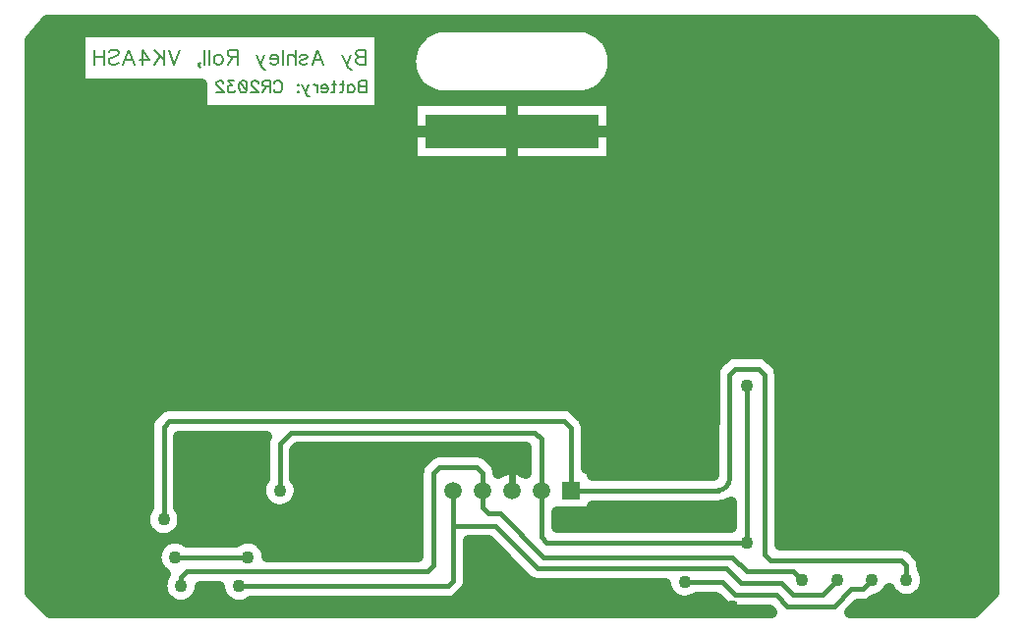
<source format=gbr>
G04 DipTrace 3.3.1.3*
G04 badge-Bottom.gbr*
%MOMM*%
G04 #@! TF.FileFunction,Copper,L2,Bot*
G04 #@! TF.Part,Single*
G04 #@! TA.AperFunction,Conductor*
%ADD14C,0.4*%
G04 #@! TA.AperFunction,CopperBalancing*
%ADD15C,1.0*%
%ADD16C,0.6*%
%ADD22R,1.5X1.5*%
%ADD23C,1.5*%
%ADD24R,15.0X3.0*%
G04 #@! TA.AperFunction,ViaPad*
%ADD31C,1.1*%
%ADD54C,0.19608*%
%ADD58C,0.15686*%
%FSLAX35Y35*%
G04*
G71*
G90*
G75*
G01*
G04 Bottom*
%LPD*%
X1300000Y950000D2*
D14*
Y1750000D1*
X1350000Y1800000D1*
X4750000D1*
X4808000Y1742000D1*
Y1200000D1*
X7700000Y425000D2*
Y550000D1*
X7650000Y600000D1*
X6525000D1*
X6475000Y650000D1*
Y2200000D1*
X6425000Y2250000D1*
X6225000D1*
X6175000Y2200000D1*
Y1300000D1*
G02X6075000Y1200000I-100002J2D01*
G01*
X4808000D1*
X1950000Y375000D2*
X3750000D1*
X3792000Y417000D1*
Y896693D1*
Y1200000D1*
X7100000Y425000D2*
X6975000Y300000D1*
X6725000D1*
X6625000Y400000D1*
X6275000D1*
X6150000Y525000D1*
X4525000D1*
X4153307Y896693D1*
X3792000D1*
X1450000Y375000D2*
Y450000D1*
X1500000Y500000D1*
X3575000D1*
X3625000Y550000D1*
Y1350000D1*
X3675000Y1400000D1*
X4000000D1*
X4046000Y1354000D1*
Y1200000D1*
X6800000Y425000D2*
X6725000Y500000D1*
X6325000D1*
X6200000Y625000D1*
X4575000D1*
X4200000Y1000000D1*
X4100000D1*
X4046000Y1054000D1*
Y1200000D1*
X2025000Y625000D2*
X1400000D1*
X7400000Y425000D2*
X7325000Y350000D1*
X7225000D1*
X7075000Y200000D1*
X6675000D1*
X6575000Y300000D1*
X6225000D1*
X6112500Y412500D1*
X5787500D1*
X6325000Y750000D2*
Y2100000D1*
X2300000Y1200000D2*
Y1600000D1*
X2400000Y1700000D1*
X4500000D1*
X4554000Y1646000D1*
Y1200000D1*
Y796000D1*
X4600000Y750000D1*
X6325000D1*
D31*
X1300000Y950000D3*
X7700000Y425000D3*
X1950000Y375000D3*
X7100000Y425000D3*
X1450000Y375000D3*
X6800000Y425000D3*
X2025000Y625000D3*
X1400000D3*
X7400000Y425000D3*
X5787500Y412500D3*
X6325000Y750000D3*
Y2100000D3*
Y750000D3*
X5100000Y1500000D3*
X2300000Y1200000D3*
X5800000Y900000D3*
Y1500000D3*
X8200000Y400000D3*
Y5000000D3*
X400000D3*
Y400000D3*
X4300000Y5225000D3*
Y200000D3*
X1700000D3*
X1000000Y1600000D3*
X2325000Y950000D3*
X1700000Y1600000D3*
X4300000Y1550000D3*
X6200000Y200000D3*
X4300000Y2425000D3*
X8400000Y2700000D3*
X2400000Y5200000D3*
X6200000D3*
X200000Y2700000D3*
X8200000Y2300000D3*
X2400000Y200000D3*
X7250000Y175000D3*
X4800000Y950000D3*
X220477Y5150333D2*
D15*
X569250D1*
X3177153D2*
X3546530D1*
X5053483D2*
X8368963D1*
X160047Y5050667D2*
X569250D1*
X3177153D2*
X3453833D1*
X5146087D2*
X8439967D1*
X160047Y4951000D2*
X569250D1*
X3177153D2*
X3418380D1*
X5181633D2*
X8439967D1*
X160047Y4851333D2*
X569250D1*
X3177153D2*
X3417923D1*
X5182090D2*
X8439967D1*
X160047Y4751667D2*
X569250D1*
X3177153D2*
X3452560D1*
X5147453D2*
X8439967D1*
X160047Y4652000D2*
X1619343D1*
X3177153D2*
X3543157D1*
X5056857D2*
X8439967D1*
X160047Y4552333D2*
X1619343D1*
X3177153D2*
X3426037D1*
X5173977D2*
X8439967D1*
X160047Y4452667D2*
X3426037D1*
X5173977D2*
X8439967D1*
X160047Y4353000D2*
X3426037D1*
X5173977D2*
X8439967D1*
X160047Y4253333D2*
X3426037D1*
X5173977D2*
X8439967D1*
X160047Y4153667D2*
X3426037D1*
X5173977D2*
X8439967D1*
X160047Y4054000D2*
X3426037D1*
X5173977D2*
X8439967D1*
X160047Y3954333D2*
X8439967D1*
X160047Y3854667D2*
X8439967D1*
X160047Y3755000D2*
X8439967D1*
X160047Y3655333D2*
X8439967D1*
X160047Y3555667D2*
X8439967D1*
X160047Y3456000D2*
X8439967D1*
X160047Y3356333D2*
X8439967D1*
X160047Y3256667D2*
X8439967D1*
X160047Y3157000D2*
X8439967D1*
X160047Y3057333D2*
X8439967D1*
X160047Y2957667D2*
X8439967D1*
X160047Y2858000D2*
X8439967D1*
X160047Y2758333D2*
X8439967D1*
X160047Y2658667D2*
X8439967D1*
X160047Y2559000D2*
X8439967D1*
X160047Y2459333D2*
X8439967D1*
X160047Y2359667D2*
X6137987D1*
X6512000D2*
X8439967D1*
X160047Y2260000D2*
X6045203D1*
X6604787D2*
X8439967D1*
X160047Y2160333D2*
X6030983D1*
X6619003D2*
X8439967D1*
X160047Y2060667D2*
X6030983D1*
X6619003D2*
X8439967D1*
X160047Y1961000D2*
X6030983D1*
X6619003D2*
X8439967D1*
X160047Y1861333D2*
X1211830D1*
X4888143D2*
X6030983D1*
X6619003D2*
X8439967D1*
X160047Y1761667D2*
X1156503D1*
X4950580D2*
X6030983D1*
X6619003D2*
X8439967D1*
X160047Y1662000D2*
X1155957D1*
X1444017D2*
X2171230D1*
X4952037D2*
X6030983D1*
X6619003D2*
X8439967D1*
X160047Y1562333D2*
X1155957D1*
X1444017D2*
X2156010D1*
X2461843D2*
X4409953D1*
X4952037D2*
X6030983D1*
X6619003D2*
X8439967D1*
X160047Y1462667D2*
X1155957D1*
X1444017D2*
X2156010D1*
X2443977D2*
X3538143D1*
X4136830D2*
X4409953D1*
X4952037D2*
X6030983D1*
X6619003D2*
X8439967D1*
X160047Y1363000D2*
X1155957D1*
X1444017D2*
X2156010D1*
X2443977D2*
X3481633D1*
X5007000D2*
X6030983D1*
X6619003D2*
X8439967D1*
X160047Y1263333D2*
X1155957D1*
X1444017D2*
X2133313D1*
X2466673D2*
X3480997D1*
X6619003D2*
X8439967D1*
X160047Y1163667D2*
X1155957D1*
X1444017D2*
X2124930D1*
X2475060D2*
X3480997D1*
X6619003D2*
X8439967D1*
X160047Y1064000D2*
X1155957D1*
X1444017D2*
X2189643D1*
X2410347D2*
X3480997D1*
X5007000D2*
X6181010D1*
X6619003D2*
X8439967D1*
X160047Y964333D2*
X1121597D1*
X1478380D2*
X3480997D1*
X4698013D2*
X6181010D1*
X6619003D2*
X8439967D1*
X160047Y864667D2*
X1144107D1*
X1455867D2*
X3480997D1*
X6619003D2*
X8439967D1*
X160047Y765000D2*
X1295320D1*
X1504630D2*
X1920307D1*
X2129707D2*
X3480997D1*
X6619003D2*
X8439967D1*
X160047Y665333D2*
X1225867D1*
X2199160D2*
X3480997D1*
X3936037D2*
X4185190D1*
X7784213D2*
X8439967D1*
X160047Y565667D2*
X1231790D1*
X3936037D2*
X4284810D1*
X7843093D2*
X8439967D1*
X160047Y466000D2*
X1297597D1*
X3936037D2*
X4384523D1*
X7873990D2*
X8439967D1*
X160047Y366333D2*
X1271257D1*
X3926010D2*
X5614903D1*
X7868523D2*
X8439967D1*
X214003Y266667D2*
X1310267D1*
X1589667D2*
X1810293D1*
X3838873D2*
X5692103D1*
X5882910D2*
X6058873D1*
X7469120D2*
X7630867D1*
X7769083D2*
X8385917D1*
X313717Y167000D2*
X6198690D1*
X7241530D2*
X8286297D1*
X4941930Y1389000D2*
X4997000D1*
Y1334040D1*
X6040930Y1334000D1*
X6041000Y2200000D1*
X6042650Y2220963D1*
X6047560Y2241407D1*
X6055607Y2260833D1*
X6066593Y2278763D1*
X6080277Y2294780D1*
X6137973Y2351893D1*
X6154983Y2364253D1*
X6173720Y2373800D1*
X6193717Y2380297D1*
X6214487Y2383587D1*
X6295000Y2384000D1*
X6435513Y2383587D1*
X6456283Y2380297D1*
X6476280Y2373800D1*
X6495017Y2364253D1*
X6512027Y2351893D1*
X6569753Y2294753D1*
X6583410Y2278763D1*
X6594397Y2260833D1*
X6602443Y2241410D1*
X6607350Y2220963D1*
X6609000Y2199960D1*
Y733920D1*
X7650000Y734000D1*
X7670963Y732350D1*
X7691410Y727443D1*
X7710833Y719397D1*
X7728763Y708410D1*
X7744780Y694723D1*
X7801893Y637027D1*
X7814253Y620013D1*
X7823800Y601280D1*
X7830297Y581283D1*
X7833587Y560513D1*
X7836723Y524337D1*
X7850580Y501723D1*
X7860730Y477223D1*
X7866920Y451437D1*
X7869000Y425000D1*
X7866920Y398563D1*
X7860730Y372777D1*
X7850580Y348277D1*
X7836723Y325663D1*
X7819500Y305500D1*
X7799337Y288277D1*
X7776723Y274420D1*
X7752223Y264270D1*
X7726437Y258080D1*
X7700000Y256000D1*
X7673563Y258080D1*
X7647777Y264270D1*
X7623277Y274420D1*
X7600663Y288277D1*
X7580500Y305500D1*
X7563277Y325663D1*
X7550003Y347237D1*
X7536723Y325663D1*
X7519500Y305500D1*
X7499337Y288277D1*
X7476723Y274420D1*
X7452223Y264270D1*
X7426437Y258080D1*
X7422063Y257563D1*
X7412027Y248107D1*
X7395013Y235747D1*
X7376280Y226200D1*
X7356283Y219703D1*
X7335513Y216413D1*
X7280430Y216000D1*
X7214507Y150000D1*
X8279363D1*
X8449937Y320650D1*
X8450000Y5079233D1*
X8279350Y5249937D1*
X297670Y5250000D1*
X150037Y5081253D1*
X150000Y320767D1*
X320650Y150063D1*
X6535560Y150000D1*
X6519470Y166023D1*
X6214487Y166413D1*
X6193717Y169703D1*
X6173720Y176200D1*
X6154987Y185747D1*
X6137973Y198107D1*
X6080750Y254747D1*
X6056967Y278527D1*
X5890560Y278500D1*
X5875803Y268403D1*
X5852173Y256363D1*
X5826953Y248170D1*
X5800760Y244020D1*
X5774240D1*
X5748047Y248170D1*
X5722827Y256363D1*
X5699197Y268403D1*
X5677743Y283990D1*
X5658990Y302743D1*
X5643403Y324197D1*
X5631363Y347827D1*
X5623170Y373047D1*
X5620003Y390953D1*
X4525000Y391000D1*
X4504037Y392650D1*
X4483593Y397560D1*
X4464167Y405607D1*
X4446237Y416590D1*
X4430247Y430247D1*
X4097750Y762743D1*
X3926080Y762693D1*
X3926000Y417000D1*
X3924350Y396037D1*
X3919443Y375590D1*
X3911397Y356167D1*
X3900410Y338237D1*
X3886723Y322220D1*
X3837027Y273107D1*
X3820013Y260747D1*
X3801280Y251200D1*
X3781283Y244703D1*
X3760513Y241413D1*
X3680000Y241000D1*
X2052957D1*
X2038303Y230903D1*
X2014673Y218863D1*
X1989453Y210670D1*
X1963260Y206520D1*
X1936740D1*
X1910547Y210670D1*
X1885327Y218863D1*
X1861697Y230903D1*
X1840243Y246490D1*
X1821490Y265243D1*
X1805903Y286697D1*
X1793863Y310327D1*
X1785670Y335547D1*
X1781520Y361740D1*
X1781353Y366040D1*
X1618737Y366000D1*
X1616920Y348563D1*
X1610730Y322777D1*
X1600580Y298277D1*
X1586723Y275663D1*
X1569500Y255500D1*
X1549337Y238277D1*
X1526723Y224420D1*
X1502223Y214270D1*
X1476437Y208080D1*
X1450000Y206000D1*
X1423563Y208080D1*
X1397777Y214270D1*
X1373277Y224420D1*
X1350663Y238277D1*
X1330500Y255500D1*
X1313277Y275663D1*
X1299420Y298277D1*
X1289270Y322777D1*
X1283080Y348563D1*
X1281000Y375000D1*
X1283080Y401437D1*
X1289270Y427223D1*
X1299420Y451723D1*
X1313277Y474337D1*
X1316323Y478203D1*
X1300663Y488277D1*
X1280500Y505500D1*
X1263277Y525663D1*
X1249420Y548277D1*
X1239270Y572777D1*
X1233080Y598563D1*
X1231000Y625000D1*
X1233080Y651437D1*
X1239270Y677223D1*
X1249420Y701723D1*
X1263277Y724337D1*
X1280500Y744500D1*
X1300663Y761723D1*
X1323277Y775580D1*
X1347777Y785730D1*
X1373563Y791920D1*
X1400000Y794000D1*
X1426437Y791920D1*
X1452223Y785730D1*
X1476723Y775580D1*
X1499337Y761723D1*
X1502797Y758997D1*
X1921993Y759000D1*
X1936697Y769097D1*
X1960327Y781137D1*
X1985547Y789330D1*
X2011740Y793480D1*
X2038260D1*
X2064453Y789330D1*
X2089673Y781137D1*
X2113303Y769097D1*
X2134757Y753510D1*
X2153510Y734757D1*
X2169097Y713303D1*
X2181137Y689673D1*
X2189330Y664453D1*
X2193480Y638260D1*
X2193647Y633960D1*
X3491080Y634000D1*
X3491000Y1350000D1*
X3492650Y1370963D1*
X3497557Y1391410D1*
X3505603Y1410833D1*
X3516590Y1428763D1*
X3530247Y1444753D1*
X3587973Y1501893D1*
X3604987Y1514253D1*
X3623720Y1523800D1*
X3643717Y1530297D1*
X3664487Y1533587D1*
X3745000Y1534000D1*
X4010513Y1533587D1*
X4031283Y1530297D1*
X4051280Y1523800D1*
X4070013Y1514253D1*
X4087027Y1501893D1*
X4140753Y1448753D1*
X4154410Y1432763D1*
X4165397Y1414833D1*
X4173443Y1395410D1*
X4178350Y1374963D1*
X4180000Y1354000D1*
X4180030Y1346043D1*
X4198927Y1359703D1*
X4219363Y1370933D1*
X4241027Y1379563D1*
X4263587Y1385460D1*
X4286703Y1388530D1*
X4310020Y1388733D1*
X4333187Y1386063D1*
X4355847Y1380560D1*
X4377657Y1372310D1*
X4398283Y1361437D1*
X4417413Y1348103D1*
X4420003Y1346000D1*
X4420000Y1565950D1*
X2455507Y1566000D1*
X2433977Y1544470D1*
X2434000Y1302957D1*
X2444097Y1288303D1*
X2456137Y1264673D1*
X2464330Y1239453D1*
X2468480Y1213260D1*
Y1186740D1*
X2464330Y1160547D1*
X2456137Y1135327D1*
X2444097Y1111697D1*
X2428510Y1090243D1*
X2409757Y1071490D1*
X2388303Y1055903D1*
X2364673Y1043863D1*
X2339453Y1035670D1*
X2313260Y1031520D1*
X2286740D1*
X2260547Y1035670D1*
X2235327Y1043863D1*
X2211697Y1055903D1*
X2190243Y1071490D1*
X2171490Y1090243D1*
X2155903Y1111697D1*
X2143863Y1135327D1*
X2135670Y1160547D1*
X2131520Y1186740D1*
Y1213260D1*
X2135670Y1239453D1*
X2143863Y1264673D1*
X2155903Y1288303D1*
X2166003Y1302797D1*
X2166413Y1610513D1*
X2169703Y1631283D1*
X2176200Y1651280D1*
X2183333Y1666000D1*
X1434023D1*
X1434000Y1053007D1*
X1444097Y1038303D1*
X1456137Y1014673D1*
X1464330Y989453D1*
X1468480Y963260D1*
Y936740D1*
X1464330Y910547D1*
X1456137Y885327D1*
X1444097Y861697D1*
X1428510Y840243D1*
X1409757Y821490D1*
X1388303Y805903D1*
X1364673Y793863D1*
X1339453Y785670D1*
X1313260Y781520D1*
X1286740D1*
X1260547Y785670D1*
X1235327Y793863D1*
X1211697Y805903D1*
X1190243Y821490D1*
X1171490Y840243D1*
X1155903Y861697D1*
X1143863Y885327D1*
X1135670Y910547D1*
X1131520Y936740D1*
Y963260D1*
X1135670Y989453D1*
X1143863Y1014673D1*
X1155903Y1038303D1*
X1166003Y1052797D1*
X1166413Y1760513D1*
X1169703Y1781283D1*
X1176200Y1801280D1*
X1185747Y1820013D1*
X1198107Y1837027D1*
X1255247Y1894753D1*
X1271237Y1908410D1*
X1289167Y1919397D1*
X1308590Y1927443D1*
X1329037Y1932350D1*
X1350000Y1934000D1*
X4760513Y1933587D1*
X4781283Y1930297D1*
X4801280Y1923800D1*
X4820013Y1914253D1*
X4837027Y1901893D1*
X4894250Y1845257D1*
X4909893Y1829027D1*
X4922253Y1812013D1*
X4931800Y1793280D1*
X4938297Y1773283D1*
X4941587Y1752513D1*
X4942000Y1672000D1*
Y1388993D1*
X4997000Y1066070D2*
Y1011000D1*
X4687923D1*
X4688000Y883997D1*
X6190950Y884000D1*
X6191000Y1096810D1*
X6166167Y1084497D1*
X6137257Y1074440D1*
X6107283Y1068243D1*
X6083837Y1066290D1*
X5958333Y1066000D1*
X4997017D1*
X3440667Y4564000D2*
X5164000D1*
Y4036000D1*
X3436000D1*
Y4564000D1*
X3440667D1*
X602603Y5158607D2*
X3167123D1*
Y4472357D1*
X1629337D1*
Y4701590D1*
X579270Y4701543D1*
Y5158607D1*
X602603D1*
X3700090Y5201200D2*
X4907680Y5200967D1*
X4927290Y5198213D1*
X4955710Y5191757D1*
X4986547Y5181023D1*
X5005547Y5172423D1*
X5027330Y5161023D1*
X5054413Y5142790D1*
X5070590Y5129630D1*
X5088750Y5113057D1*
X5110293Y5088520D1*
X5122583Y5071673D1*
X5135920Y5051017D1*
X5150497Y5021803D1*
X5158090Y5002380D1*
X5165720Y4979010D1*
X5172373Y4947043D1*
X5174763Y4926327D1*
X5176187Y4901783D1*
X5174473Y4869177D1*
X5171507Y4848533D1*
X5165710Y4820953D1*
X5154487Y4787327D1*
X5140607Y4757773D1*
X5130077Y4739770D1*
X5116477Y4719290D1*
X5095523Y4694250D1*
X5080753Y4679527D1*
X5062383Y4663190D1*
X5035740Y4644313D1*
X5017707Y4633840D1*
X4995777Y4622723D1*
X4965207Y4611263D1*
X4945097Y4605730D1*
X4917540Y4600023D1*
X4907640Y4599033D1*
X4410000Y4598800D1*
X3692320Y4599033D1*
X3672710Y4601787D1*
X3640830Y4609250D1*
X3604187Y4622743D1*
X3569583Y4640830D1*
X3537590Y4663213D1*
X3508737Y4689523D1*
X3483503Y4719323D1*
X3462307Y4752117D1*
X3446857Y4784027D1*
X3436137Y4814923D1*
X3430243Y4839583D1*
X3426093Y4862840D1*
X3423813Y4901820D1*
X3426563Y4940770D1*
X3434290Y4979047D1*
X3446873Y5016010D1*
X3464103Y5051050D1*
X3485690Y5083587D1*
X3511280Y5113080D1*
X3540447Y5139043D1*
X3572707Y5161043D1*
X3607527Y5178713D1*
X3644327Y5191763D1*
X3682460Y5199977D1*
X3692360Y5200967D1*
X4300000Y1388910D2*
D16*
Y1200000D1*
Y4563910D2*
D15*
Y4036090D1*
X3436090Y4300000D2*
X5163910D1*
D22*
X4808000Y1200000D3*
D23*
X4554000D3*
X4300000D3*
X4046000D3*
X3792000D3*
D24*
X4300000Y4300000D3*
X3043319Y5001532D2*
D54*
Y4873922D1*
X2988569D1*
X2970319Y4880099D1*
X2964282Y4886135D1*
X2958246Y4898209D1*
Y4916459D1*
X2964282Y4928672D1*
X2970319Y4934709D1*
X2988569Y4940745D1*
X2970319Y4946922D1*
X2964282Y4952959D1*
X2958246Y4965032D1*
Y4977245D1*
X2964282Y4989318D1*
X2970319Y4995495D1*
X2988569Y5001532D1*
X3043319D1*
Y4940745D2*
X2988569D1*
X2912853Y4958995D2*
X2876493Y4873922D1*
X2888566Y4849635D1*
X2900780Y4837422D1*
X2912853Y4831385D1*
X2919030D1*
X2839993Y4958995D2*
X2876493Y4873922D1*
X2580045D2*
X2628758Y5001532D1*
X2677331Y4873922D1*
X2659081Y4916459D2*
X2598295D1*
X2474006Y4940745D2*
X2480043Y4952959D1*
X2498293Y4958995D1*
X2516543D1*
X2534793Y4952959D1*
X2540829Y4940745D1*
X2534793Y4928672D1*
X2522579Y4922495D1*
X2492256Y4916459D1*
X2480043Y4910422D1*
X2474006Y4898209D1*
Y4892172D1*
X2480043Y4880099D1*
X2498293Y4873922D1*
X2516543D1*
X2534793Y4880099D1*
X2540829Y4892172D1*
X2434790Y5001532D2*
Y4873922D1*
Y4934709D2*
X2416540Y4952959D1*
X2404327Y4958995D1*
X2386077D1*
X2374004Y4952959D1*
X2367967Y4934709D1*
Y4873922D1*
X2328752Y5001532D2*
Y4873922D1*
X2289536Y4922495D2*
X2216676D1*
Y4934709D1*
X2222713Y4946922D1*
X2228749Y4952959D1*
X2240963Y4958995D1*
X2259213D1*
X2271286Y4952959D1*
X2283499Y4940745D1*
X2289536Y4922495D1*
Y4910422D1*
X2283499Y4892172D1*
X2271286Y4880099D1*
X2259213Y4873922D1*
X2240963D1*
X2228749Y4880099D1*
X2216676Y4892172D1*
X2171284Y4958995D2*
X2134924Y4873922D1*
X2146997Y4849635D1*
X2159211Y4837422D1*
X2171284Y4831385D1*
X2177461D1*
X2098424Y4958995D2*
X2134924Y4873922D1*
X1935762Y4940745D2*
X1881152D1*
X1862902Y4946922D1*
X1856725Y4952959D1*
X1850689Y4965032D1*
Y4977245D1*
X1856725Y4989318D1*
X1862902Y4995495D1*
X1881152Y5001532D1*
X1935762D1*
Y4873922D1*
X1893225Y4940745D2*
X1850689Y4873922D1*
X1781150Y4958995D2*
X1793223Y4952959D1*
X1805437Y4940745D1*
X1811473Y4922495D1*
Y4910422D1*
X1805437Y4892172D1*
X1793223Y4880099D1*
X1781150Y4873922D1*
X1762900D1*
X1750687Y4880099D1*
X1738613Y4892172D1*
X1732437Y4910422D1*
Y4922495D1*
X1738613Y4940745D1*
X1750687Y4952959D1*
X1762900Y4958995D1*
X1781150D1*
X1693221Y5001532D2*
Y4873922D1*
X1654005Y5001532D2*
Y4873922D1*
X1602576Y4879959D2*
X1608753Y4873922D1*
X1614789Y4879959D1*
X1608753Y4886135D1*
X1602576Y4879959D1*
Y4867885D1*
X1608753Y4855672D1*
X1614789Y4849635D1*
X1439914Y5001532D2*
X1391341Y4873922D1*
X1342768Y5001532D1*
X1303552D2*
Y4873922D1*
X1218479Y5001532D2*
X1303552Y4916459D1*
X1273229Y4946922D2*
X1218479Y4873922D1*
X1118477D2*
Y5001391D1*
X1179263Y4916459D1*
X1088154D1*
X951651Y4873922D2*
X1000365Y5001532D1*
X1048938Y4873922D1*
X1030688Y4916459D2*
X969901D1*
X827363Y4983282D2*
X839436Y4995495D1*
X857686Y5001532D1*
X881972D1*
X900222Y4995495D1*
X912436Y4983282D1*
Y4971209D1*
X906259Y4958995D1*
X900222Y4952959D1*
X888149Y4946922D1*
X851649Y4934709D1*
X839436Y4928672D1*
X833399Y4922495D1*
X827363Y4910422D1*
Y4892172D1*
X839436Y4880099D1*
X857686Y4873922D1*
X881972D1*
X900222Y4880099D1*
X912436Y4892172D1*
X788147Y5001532D2*
Y4873922D1*
X703074Y5001532D2*
Y4873922D1*
X788147Y4940745D2*
X703074D1*
X3045282Y4735147D2*
D58*
Y4633059D1*
X3001482D1*
X2986882Y4638000D1*
X2982052Y4642830D1*
X2977223Y4652488D1*
Y4667088D1*
X2982052Y4676859D1*
X2986882Y4681688D1*
X3001482Y4686517D1*
X2986882Y4691459D1*
X2982052Y4696288D1*
X2977223Y4705947D1*
Y4715717D1*
X2982052Y4725376D1*
X2986882Y4730317D1*
X3001482Y4735147D1*
X3045282D1*
Y4686517D2*
X3001482D1*
X2887563Y4701117D2*
Y4633059D1*
Y4686517D2*
X2897221Y4696288D1*
X2906992Y4701117D1*
X2921480D1*
X2931251Y4696288D1*
X2940909Y4686517D1*
X2945851Y4671917D1*
Y4662259D1*
X2940909Y4647659D1*
X2931251Y4638000D1*
X2921480Y4633059D1*
X2906992D1*
X2897221Y4638000D1*
X2887563Y4647659D1*
X2841590Y4735147D2*
Y4652488D1*
X2836761Y4638000D1*
X2826990Y4633059D1*
X2817332D1*
X2856190Y4701117D2*
X2822161D1*
X2771359Y4735147D2*
Y4652488D1*
X2766530Y4638000D1*
X2756759Y4633059D1*
X2747101D1*
X2785959Y4701117D2*
X2751930D1*
X2715728Y4671917D2*
X2657441D1*
Y4681688D1*
X2662270Y4691459D1*
X2667099Y4696288D1*
X2676870Y4701117D1*
X2691470D1*
X2701128Y4696288D1*
X2710899Y4686517D1*
X2715728Y4671917D1*
Y4662259D1*
X2710899Y4647659D1*
X2701128Y4638000D1*
X2691470Y4633059D1*
X2676870D1*
X2667099Y4638000D1*
X2657441Y4647659D1*
X2626068Y4701117D2*
Y4633059D1*
Y4671917D2*
X2621127Y4686517D1*
X2611468Y4696288D1*
X2601697Y4701117D1*
X2587097D1*
X2550783D2*
X2521696Y4633059D1*
X2531354Y4613630D1*
X2541125Y4603859D1*
X2550783Y4599030D1*
X2555725D1*
X2492496Y4701117D2*
X2521696Y4633059D1*
X2456181Y4701117D2*
X2461123Y4696176D1*
X2456181Y4691347D1*
X2451352Y4696176D1*
X2456181Y4701117D1*
Y4642830D2*
X2461123Y4637888D1*
X2456181Y4633059D1*
X2451352Y4637888D1*
X2456181Y4642830D1*
X2248335Y4710888D2*
X2253164Y4720547D1*
X2262935Y4730317D1*
X2272593Y4735147D1*
X2292023D1*
X2301793Y4730317D1*
X2311452Y4720547D1*
X2316393Y4710888D1*
X2321223Y4696288D1*
Y4671917D1*
X2316393Y4657430D1*
X2311452Y4647659D1*
X2301793Y4638000D1*
X2292023Y4633059D1*
X2272593D1*
X2262935Y4638000D1*
X2253164Y4647659D1*
X2248335Y4657430D1*
X2216962Y4686517D2*
X2173275D1*
X2158675Y4691459D1*
X2153733Y4696288D1*
X2148904Y4705947D1*
Y4715717D1*
X2153733Y4725376D1*
X2158675Y4730317D1*
X2173275Y4735147D1*
X2216962D1*
Y4633059D1*
X2182933Y4686517D2*
X2148904Y4633059D1*
X2112590Y4710776D2*
Y4715605D1*
X2107761Y4725376D1*
X2102931Y4730205D1*
X2093161Y4735034D1*
X2073731D1*
X2064073Y4730205D1*
X2059244Y4725376D1*
X2054302Y4715605D1*
Y4705947D1*
X2059244Y4696176D1*
X2068902Y4681688D1*
X2117531Y4633059D1*
X2049473D1*
X1988900Y4735034D2*
X2003500Y4730205D1*
X2013271Y4715605D1*
X2018100Y4691347D1*
Y4676747D1*
X2013271Y4652488D1*
X2003500Y4637888D1*
X1988900Y4633059D1*
X1979242D1*
X1964642Y4637888D1*
X1954983Y4652488D1*
X1950042Y4676747D1*
Y4691347D1*
X1954983Y4715605D1*
X1964642Y4730205D1*
X1979242Y4735034D1*
X1988900D1*
X1954983Y4715605D2*
X2013271Y4652488D1*
X1908899Y4735034D2*
X1855552D1*
X1884640Y4696176D1*
X1870040D1*
X1860382Y4691347D1*
X1855552Y4686517D1*
X1850611Y4671917D1*
Y4662259D1*
X1855552Y4647659D1*
X1865211Y4637888D1*
X1879811Y4633059D1*
X1894411D1*
X1908899Y4637888D1*
X1913728Y4642830D1*
X1918669Y4652488D1*
X1814297Y4710776D2*
Y4715605D1*
X1809467Y4725376D1*
X1804638Y4730205D1*
X1794867Y4735034D1*
X1775438D1*
X1765780Y4730205D1*
X1760951Y4725376D1*
X1756009Y4715605D1*
Y4705947D1*
X1760951Y4696176D1*
X1770609Y4681688D1*
X1819238Y4633059D1*
X1751180D1*
M02*

</source>
